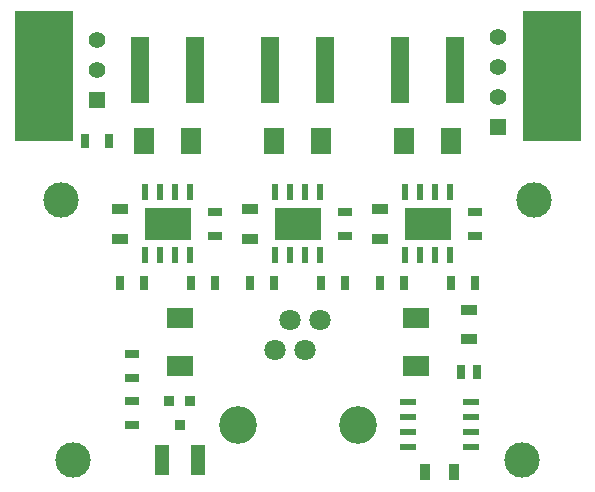
<source format=gts>
G04 (created by PCBNEW (2013-mar-13)-testing) date Wed 10 Jun 2015 12:09:16 AM EDT*
%MOIN*%
G04 Gerber Fmt 3.4, Leading zero omitted, Abs format*
%FSLAX34Y34*%
G01*
G70*
G90*
G04 APERTURE LIST*
%ADD10C,0.005906*%
%ADD11R,0.196850X0.433071*%
%ADD12C,0.118110*%
%ADD13R,0.035000X0.055000*%
%ADD14R,0.055000X0.035000*%
%ADD15R,0.025000X0.045000*%
%ADD16R,0.050000X0.100000*%
%ADD17R,0.086600X0.070900*%
%ADD18R,0.070900X0.086600*%
%ADD19R,0.055000X0.055000*%
%ADD20C,0.055000*%
%ADD21C,0.125984*%
%ADD22C,0.070866*%
%ADD23R,0.045000X0.025000*%
%ADD24R,0.055100X0.023600*%
%ADD25R,0.023600X0.055100*%
%ADD26R,0.157500X0.110200*%
%ADD27R,0.062992X0.224409*%
%ADD28R,0.029528X0.051181*%
%ADD29R,0.036000X0.036000*%
G04 APERTURE END LIST*
G54D10*
G54D11*
X77362Y-66732D03*
X60433Y-66732D03*
G54D12*
X76377Y-79527D03*
X61417Y-79527D03*
X76771Y-70866D03*
X61023Y-70866D03*
G54D13*
X73129Y-79921D03*
X74114Y-79921D03*
G54D14*
X74606Y-74507D03*
X74606Y-75492D03*
G54D15*
X71653Y-73622D03*
X72440Y-73622D03*
X67322Y-73622D03*
X68110Y-73622D03*
X62992Y-73622D03*
X63779Y-73622D03*
G54D16*
X64360Y-79527D03*
X65560Y-79527D03*
G54D17*
X64960Y-74800D03*
X64960Y-76380D03*
X72834Y-74800D03*
X72834Y-76380D03*
G54D15*
X62598Y-68897D03*
X61811Y-68897D03*
G54D18*
X74018Y-68897D03*
X72438Y-68897D03*
X69687Y-68897D03*
X68107Y-68897D03*
X65356Y-68897D03*
X63776Y-68897D03*
G54D19*
X62204Y-67535D03*
G54D20*
X62204Y-66535D03*
X62204Y-65535D03*
G54D21*
X66897Y-78346D03*
X70897Y-78346D03*
G54D22*
X68147Y-75846D03*
X68647Y-74846D03*
X69147Y-75846D03*
X69647Y-74846D03*
G54D19*
X75590Y-68429D03*
G54D20*
X75590Y-67429D03*
X75590Y-66429D03*
X75590Y-65429D03*
G54D23*
X63385Y-77559D03*
X63385Y-78346D03*
X63385Y-76771D03*
X63385Y-75984D03*
G54D15*
X74803Y-73622D03*
X74015Y-73622D03*
G54D23*
X74803Y-72047D03*
X74803Y-71259D03*
G54D15*
X70472Y-73622D03*
X69685Y-73622D03*
G54D23*
X70472Y-72047D03*
X70472Y-71259D03*
G54D15*
X66141Y-73622D03*
X65354Y-73622D03*
G54D23*
X66141Y-72047D03*
X66141Y-71259D03*
G54D24*
X72572Y-79096D03*
X74672Y-79096D03*
X72572Y-78596D03*
X72572Y-78096D03*
X72572Y-77596D03*
X74672Y-78596D03*
X74672Y-78096D03*
X74672Y-77596D03*
G54D25*
X72478Y-70603D03*
X72478Y-72703D03*
X72978Y-70603D03*
X73478Y-70603D03*
X73978Y-70603D03*
X72978Y-72703D03*
X73478Y-72703D03*
X73978Y-72703D03*
G54D26*
X73228Y-71653D03*
G54D25*
X68147Y-70603D03*
X68147Y-72703D03*
X68647Y-70603D03*
X69147Y-70603D03*
X69647Y-70603D03*
X68647Y-72703D03*
X69147Y-72703D03*
X69647Y-72703D03*
G54D26*
X68897Y-71653D03*
G54D25*
X63816Y-70603D03*
X63816Y-72703D03*
X64316Y-70603D03*
X64816Y-70603D03*
X65316Y-70603D03*
X64316Y-72703D03*
X64816Y-72703D03*
X65316Y-72703D03*
G54D26*
X64566Y-71653D03*
G54D14*
X71653Y-71161D03*
X71653Y-72145D03*
X67322Y-71161D03*
X67322Y-72145D03*
X62992Y-71161D03*
X62992Y-72145D03*
G54D27*
X74153Y-66535D03*
X72303Y-66535D03*
X69822Y-66535D03*
X67972Y-66535D03*
X65492Y-66535D03*
X63641Y-66535D03*
G54D28*
X74340Y-76574D03*
X74872Y-76574D03*
G54D29*
X64610Y-77552D03*
X65310Y-77552D03*
X64960Y-78352D03*
M02*

</source>
